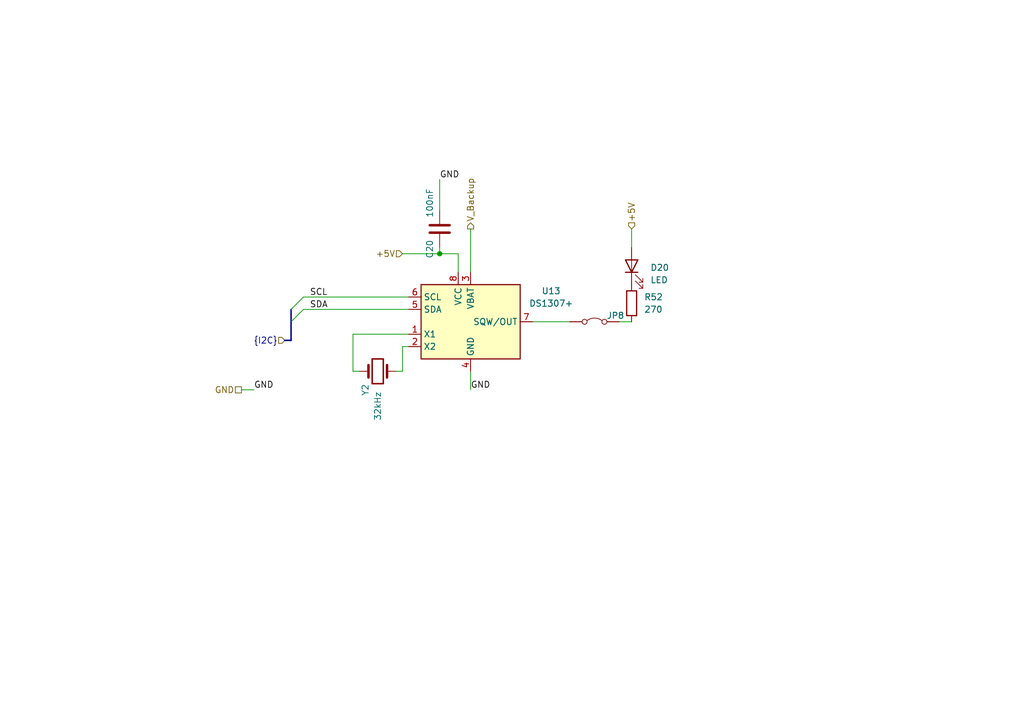
<source format=kicad_sch>
(kicad_sch (version 20231120) (generator "eeschema") (generator_version "8.0")
  (paper "A5")
  (title_block (title "RTC") (date "2024-04-17") (rev "1.0"))
  (lib_symbols
    (symbol "Device:C" (pin_numbers hide) (pin_names (offset 0.254))
      (property "Reference" "C" (at 0.635 2.54 0))
      (property "Value" "C" (at 0.635 -2.54 0))
      (symbol "C_0_1"
        (polyline (pts (xy -2.032 -0.762) (xy 2.032 -0.762)) (stroke (width 0.508)))
        (polyline (pts (xy -2.032 0.762) (xy 2.032 0.762)) (stroke (width 0.508)))
      )
      (symbol "C_1_1"
        (pin passive line (at 0 3.81 270) (length 2.794) (name "~") (number "1"))
        (pin passive line (at 0 -3.81 90) (length 2.794) (name "~") (number "2"))
      )
    )
    (symbol "Device:Crystal" (pin_numbers hide) (pin_names (offset 1.016) hide)
      (property "Reference" "Y" (at 0 3.81 0))
      (property "Value" "Crystal" (at 0 -3.81 0))
      (symbol "Crystal_0_1"
        (rectangle (start -1.143 2.54) (end 1.143 -2.54) (stroke (width 0.3048)))
        (polyline (pts (xy -2.54 0) (xy -1.905 0)))
        (polyline (pts (xy -1.905 -1.27) (xy -1.905 1.27)) (stroke (width 0.508)))
        (polyline (pts (xy 1.905 -1.27) (xy 1.905 1.27)) (stroke (width 0.508)))
        (polyline (pts (xy 2.54 0) (xy 1.905 0)))
      )
      (symbol "Crystal_1_1"
        (pin passive line (at -3.81 0 0) (length 1.27) (name "1") (number "1"))
        (pin passive line (at 3.81 0 180) (length 1.27) (name "2") (number "2"))
      )
    )
    (symbol "Device:LED" (pin_numbers hide) (pin_names (offset 1.016) hide)
      (property "Reference" "D" (at 0 2.54 0))
      (property "Value" "LED" (at 0 -2.54 0))
      (symbol "LED_0_1"
        (polyline (pts (xy -1.27 -1.27) (xy -1.27 1.27)) (stroke (width 0.254)))
        (polyline (pts (xy -1.27 0) (xy 1.27 0)))
        (polyline (pts (xy 1.27 -1.27) (xy 1.27 1.27) (xy -1.27 0) (xy 1.27 -1.27)) (stroke (width 0.254)))
        (polyline (pts (xy -3.048 -0.762) (xy -4.572 -2.286) (xy -3.81 -2.286) (xy -4.572 -2.286) (xy -4.572 -1.524)))
        (polyline (pts (xy -1.778 -0.762) (xy -3.302 -2.286) (xy -2.54 -2.286) (xy -3.302 -2.286) (xy -3.302 -1.524)))
      )
      (symbol "LED_1_1"
        (pin passive line (at -3.81 0 0) (length 2.54) (name "K") (number "1"))
        (pin passive line (at 3.81 0 180) (length 2.54) (name "A") (number "2"))
      )
    )
    (symbol "Device:R" (pin_numbers hide) (pin_names (offset 0))
      (property "Reference" "R" (at 2.032 0 90))
      (property "Value" "R" (at 0 0 90))
      (symbol "R_0_1"
        (rectangle (start -1.016 -2.54) (end 1.016 2.54) (stroke (width 0.254)))
      )
      (symbol "R_1_1"
        (pin passive line (at 0 3.81 270) (length 1.27) (name "~") (number "1"))
        (pin passive line (at 0 -3.81 90) (length 1.27) (name "~") (number "2"))
      )
    )
    (symbol "Jumper:Jumper_2_Bridged" (pin_numbers hide) (pin_names (offset 0) hide) (exclude_from_sim yes)
      (property "Reference" "JP" (at 0 1.905 0))
      (property "Value" "Jumper_2_Bridged" (at 0 -2.54 0))
      (symbol "Jumper_2_Bridged_0_0"
        (circle (center -2.032 0) (radius 0.508))
        (circle (center 2.032 0) (radius 0.508))
      )
      (symbol "Jumper_2_Bridged_0_1"
        (arc (start 1.524 0.254) (mid 0 0.762) (end -1.524 0.254))
      )
      (symbol "Jumper_2_Bridged_1_1"
        (pin passive line (at -5.08 0 0) (length 2.54) (name "A") (number "1"))
        (pin passive line (at 5.08 0 180) (length 2.54) (name "B") (number "2"))
      )
    )
    (symbol "Timer_RTC:DS1307+"
      (property "Reference" "U" (at -8.89 8.89 0))
      (property "Value" "DS1307+" (at 1.27 8.89 0))
      (symbol "DS1307+_0_1"
        (rectangle (start -10.16 7.62) (end 10.16 -7.62) (stroke (width 0.254)) (fill (type background)))
      )
      (symbol "DS1307+_1_1"
        (pin input line (at -12.7 -2.54 0) (length 2.54) (name "X1") (number "1"))
        (pin input line (at -12.7 -5.08 0) (length 2.54) (name "X2") (number "2"))
        (pin power_in line (at 0 10.16 270) (length 2.54) (name "VBAT") (number "3"))
        (pin power_in line (at 0 -10.16 90) (length 2.54) (name "GND") (number "4"))
        (pin bidirectional line (at -12.7 2.54 0) (length 2.54) (name "SDA") (number "5"))
        (pin input line (at -12.7 5.08 0) (length 2.54) (name "SCL") (number "6"))
        (pin open_collector line (at 12.7 0 180) (length 2.54) (name "SQW/OUT") (number "7"))
        (pin power_in line (at -2.54 10.16 270) (length 2.54) (name "VCC") (number "8"))
      )
    )
  )
  (junction (at 90.17 52.07))
  (bus_entry (at 62.23 63.5) (size -2.54 2.54))
  (bus_entry (at 62.23 60.96) (size -2.54 2.54))
  (bus (pts (xy 59.69 69.85) (xy 59.69 66.04)))
  (wire (pts (xy 83.82 71.12) (xy 82.55 71.12)))
  (wire (pts (xy 96.52 76.2) (xy 96.52 80.01)))
  (wire (pts (xy 72.39 68.58) (xy 83.82 68.58)))
  (wire (pts (xy 127 66.04) (xy 129.54 66.04)))
  (bus (pts (xy 58.42 69.85) (xy 59.69 69.85)))
  (wire (pts (xy 90.17 50.8) (xy 90.17 52.07)))
  (wire (pts (xy 72.39 76.2) (xy 72.39 68.58)))
  (wire (pts (xy 90.17 36.83) (xy 90.17 43.18)))
  (wire (pts (xy 62.23 60.96) (xy 83.82 60.96)))
  (wire (pts (xy 82.55 71.12) (xy 82.55 76.2)))
  (wire (pts (xy 49.53 80.01) (xy 52.07 80.01)))
  (wire (pts (xy 93.98 52.07) (xy 93.98 55.88)))
  (wire (pts (xy 129.54 46.99) (xy 129.54 50.8)))
  (wire (pts (xy 96.52 46.99) (xy 96.52 55.88)))
  (wire (pts (xy 109.22 66.04) (xy 116.84 66.04)))
  (wire (pts (xy 73.66 76.2) (xy 72.39 76.2)))
  (bus (pts (xy 59.69 66.04) (xy 59.69 63.5)))
  (wire (pts (xy 62.23 63.5) (xy 83.82 63.5)))
  (wire (pts (xy 81.28 76.2) (xy 82.55 76.2)))
  (wire (pts (xy 82.55 52.07) (xy 90.17 52.07)))
  (wire (pts (xy 90.17 52.07) (xy 93.98 52.07)))
  (label "SCL" (at 63.5 60.96 0))
  (label "GND" (at 96.52 80.01 0))
  (label "SDA" (at 63.5 63.5 0))
  (label "GND" (at 52.07 80.01 0))
  (label "GND" (at 90.17 36.83 0))
  (hierarchical_label "GND" (shape passive) (at 49.53 80.01 180))
  (hierarchical_label "+5V" (shape input) (at 129.54 46.99 90))
  (hierarchical_label "+5V" (shape input) (at 82.55 52.07 180))
  (hierarchical_label "{I2C}" (shape input) (at 58.42 69.85 180))
  (hierarchical_label "V_Backup" (shape output) (at 96.52 46.99 90))
  (symbol (lib_id "Jumper:Jumper_2_Bridged") (at 121.92 66.04 0) (unit 1) (exclude_from_sim yes)
    (property "Reference" "JP8" (at 126.238 64.77 0))
    (property "Value" "Jumper" (effects (hide yes)))
    (property "Footprint" "Connector_PinHeader_2.54mm:PinHeader_1x02_P2.54mm_Vertical" (effects (hide yes)))
    (property "Description" "Jumper, 2-pole, closed/bridged" (effects (hide yes)))
  )
  (symbol (lib_id "Device:C") (at 90.17 46.99 0) (unit 1)
    (property "Reference" "C20" (at 88.138 53.086 90) (effects (justify left)))
    (property "Value" "100nF" (at 88.138 44.704 90) (effects (justify left)))
    (property "Footprint" "Capacitor_SMD:C_0603_1608Metric" (effects (hide yes)))
  )
  (symbol (lib_id "Timer_RTC:DS1307+") (at 96.52 66.04 0) (unit 1)
    (property "Reference" "U13" (at 113.03 59.7214 0))
    (property "Value" "DS1307+" (at 113.03 62.2614 0))
    (property "Footprint" "Package_SO:TSSOP-8_3x3mm_P0.65mm" (effects (hide yes)))
    (property "Datasheet" "https://datasheets.maximintegrated.com/en/ds/DS1307.pdf" (effects (hide yes)))
    (property "Description" "64 x 8, Serial, I2C Real-time clock, 4.5V to 5.5V VCC, 0°C to +70°C, DIP-8" (effects (hide yes)))
  )
  (symbol (lib_id "Device:LED") (at 129.54 54.61 90) (unit 1)
    (property "Reference" "D20" (at 133.35 54.9275 90) (effects (justify right)))
    (property "Value" "LED" (at 133.35 57.4675 90) (effects (justify right)))
    (property "Footprint" "LED_SMD:LED_0603_1608Metric" (effects (hide yes)))
  )
  (symbol (lib_id "Device:Crystal") (at 77.47 76.2 180) (unit 1) (exclude_from_sim yes)
    (property "Reference" "Y2" (at 74.93 81.28 90) (effects (justify right)))
    (property "Value" "32kHz" (at 77.47 86.36 90) (effects (justify right)))
    (property "Footprint" "Crystal:Crystal_AT310_D3.0mm_L10.0mm_Horizontal" (effects (hide yes)))
  )
  (symbol (lib_id "Device:R") (at 129.54 62.23 0) (unit 1)
    (property "Reference" "R52" (at 132.08 60.96 0) (effects (justify left)))
    (property "Value" "270" (at 132.08 63.5 0) (effects (justify left)))
    (property "Footprint" "Resistor_SMD:R_0603_1608Metric" (effects (hide yes)))
  )
)
</source>
